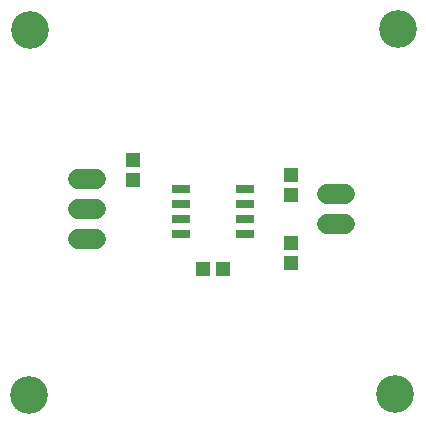
<source format=gbr>
G04 EAGLE Gerber RS-274X export*
G75*
%MOMM*%
%FSLAX34Y34*%
%LPD*%
%INSoldermask Top*%
%IPPOS*%
%AMOC8*
5,1,8,0,0,1.08239X$1,22.5*%
G01*
%ADD10C,3.203200*%
%ADD11R,1.203200X1.303200*%
%ADD12C,1.727200*%
%ADD13R,1.303200X1.203200*%
%ADD14R,1.603200X0.803200*%


D10*
X486000Y779000D03*
X797000Y780000D03*
X795000Y471000D03*
X485000Y470000D03*
D11*
X573400Y669100D03*
X573400Y652100D03*
D12*
X737480Y639900D02*
X752720Y639900D01*
X752720Y614500D02*
X737480Y614500D01*
X542020Y601800D02*
X526780Y601800D01*
X526780Y627200D02*
X542020Y627200D01*
X542020Y652600D02*
X526780Y652600D01*
D13*
X707100Y639100D03*
X707100Y656100D03*
X707100Y599000D03*
X707100Y582000D03*
D11*
X649400Y576400D03*
X632400Y576400D03*
D14*
X613900Y644150D03*
X613900Y631450D03*
X613900Y618750D03*
X613900Y606050D03*
X667900Y606050D03*
X667900Y618750D03*
X667900Y631450D03*
X667900Y644150D03*
M02*

</source>
